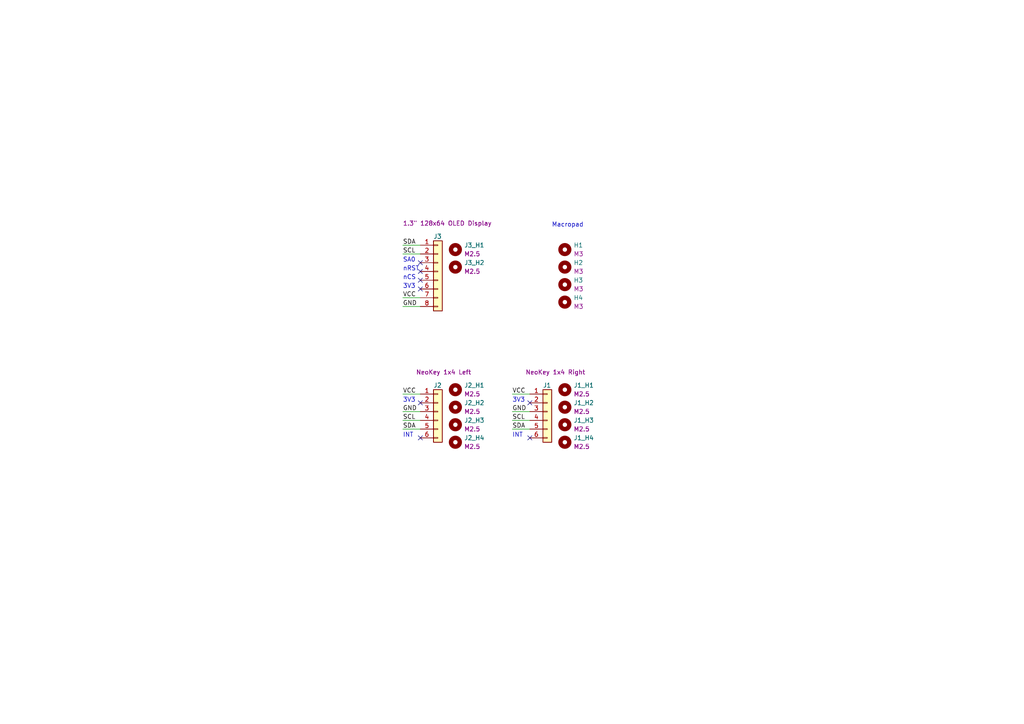
<source format=kicad_sch>
(kicad_sch (version 20230121) (generator eeschema)
  (paper "A4")
  (title_block (title "Ultimate Adafruit Macropad - Baseboard") (date "2024-01-27") (rev "1.0") (company "Brecht Van Eeckhoudt"))
  (lib_symbols
    (symbol "Connector_Generic:Conn_01x06" (pin_names (offset 1.016) hide)
      (property "Reference" "J" (at 0 7.62 0))
      (property "Value" "Conn_01x06" (at 0 -10.16 0))
      (symbol "Conn_01x06_1_1"
        (rectangle (start -1.27 -7.493) (end 0 -7.747) (stroke (width 0.1524)))
        (rectangle (start -1.27 -4.953) (end 0 -5.207) (stroke (width 0.1524)))
        (rectangle (start -1.27 -2.413) (end 0 -2.667) (stroke (width 0.1524)))
        (rectangle (start -1.27 0.127) (end 0 -0.127) (stroke (width 0.1524)))
        (rectangle (start -1.27 2.667) (end 0 2.413) (stroke (width 0.1524)))
        (rectangle (start -1.27 5.207) (end 0 4.953) (stroke (width 0.1524)))
        (rectangle (start -1.27 6.35) (end 1.27 -8.89) (stroke (width 0.254)) (fill (type background)))
        (pin passive line (at -5.08 5.08 0) (length 3.81) (name "Pin_1") (number "1"))
        (pin passive line (at -5.08 2.54 0) (length 3.81) (name "Pin_2") (number "2"))
        (pin passive line (at -5.08 0 0) (length 3.81) (name "Pin_3") (number "3"))
        (pin passive line (at -5.08 -2.54 0) (length 3.81) (name "Pin_4") (number "4"))
        (pin passive line (at -5.08 -5.08 0) (length 3.81) (name "Pin_5") (number "5"))
        (pin passive line (at -5.08 -7.62 0) (length 3.81) (name "Pin_6") (number "6"))
      )
    )
    (symbol "Connector_Generic:Conn_01x08" (pin_names (offset 1.016) hide)
      (property "Reference" "J" (at 0 10.16 0))
      (property "Value" "Conn_01x08" (at 0 -12.7 0))
      (symbol "Conn_01x08_1_1"
        (rectangle (start -1.27 -10.033) (end 0 -10.287) (stroke (width 0.1524)))
        (rectangle (start -1.27 -7.493) (end 0 -7.747) (stroke (width 0.1524)))
        (rectangle (start -1.27 -4.953) (end 0 -5.207) (stroke (width 0.1524)))
        (rectangle (start -1.27 -2.413) (end 0 -2.667) (stroke (width 0.1524)))
        (rectangle (start -1.27 0.127) (end 0 -0.127) (stroke (width 0.1524)))
        (rectangle (start -1.27 2.667) (end 0 2.413) (stroke (width 0.1524)))
        (rectangle (start -1.27 5.207) (end 0 4.953) (stroke (width 0.1524)))
        (rectangle (start -1.27 7.747) (end 0 7.493) (stroke (width 0.1524)))
        (rectangle (start -1.27 8.89) (end 1.27 -11.43) (stroke (width 0.254)) (fill (type background)))
        (pin passive line (at -5.08 7.62 0) (length 3.81) (name "Pin_1") (number "1"))
        (pin passive line (at -5.08 5.08 0) (length 3.81) (name "Pin_2") (number "2"))
        (pin passive line (at -5.08 2.54 0) (length 3.81) (name "Pin_3") (number "3"))
        (pin passive line (at -5.08 0 0) (length 3.81) (name "Pin_4") (number "4"))
        (pin passive line (at -5.08 -2.54 0) (length 3.81) (name "Pin_5") (number "5"))
        (pin passive line (at -5.08 -5.08 0) (length 3.81) (name "Pin_6") (number "6"))
        (pin passive line (at -5.08 -7.62 0) (length 3.81) (name "Pin_7") (number "7"))
        (pin passive line (at -5.08 -10.16 0) (length 3.81) (name "Pin_8") (number "8"))
      )
    )
    (symbol "Mechanical:MountingHole" (pin_names (offset 1.016))
      (property "Reference" "H" (at 0 5.08 0))
      (property "Value" "MountingHole" (at 0 3.175 0))
      (symbol "MountingHole_0_1"
        (circle (center 0 0) (radius 1.27) (stroke (width 1.27)))
      )
    )
  )
  (no_connect (at 153.67 127))
  (no_connect (at 121.92 127))
  (no_connect (at 121.92 116.84))
  (no_connect (at 121.92 76.2))
  (no_connect (at 121.92 78.74))
  (no_connect (at 153.67 116.84))
  (no_connect (at 121.92 83.82))
  (no_connect (at 121.92 81.28))
  (wire (pts (xy 148.59 124.46) (xy 153.67 124.46)))
  (wire (pts (xy 116.84 71.12) (xy 121.92 71.12)))
  (wire (pts (xy 116.84 86.36) (xy 121.92 86.36)))
  (wire (pts (xy 116.84 114.3) (xy 121.92 114.3)))
  (wire (pts (xy 116.84 124.46) (xy 121.92 124.46)))
  (wire (pts (xy 116.84 73.66) (xy 121.92 73.66)))
  (wire (pts (xy 116.84 119.38) (xy 121.92 119.38)))
  (wire (pts (xy 116.84 121.92) (xy 121.92 121.92)))
  (wire (pts (xy 148.59 114.3) (xy 153.67 114.3)))
  (wire (pts (xy 148.59 121.92) (xy 153.67 121.92)))
  (wire (pts (xy 116.84 88.9) (xy 121.92 88.9)))
  (wire (pts (xy 148.59 119.38) (xy 153.67 119.38)))
  (text "3V3" (at 148.59 116.84 0) (effects (font (size 1.27 1.27)) (justify left bottom)))
  (text "3V3" (at 116.84 83.82 0) (effects (font (size 1.27 1.27)) (justify left bottom)))
  (text "nCS" (at 116.84 81.28 0) (effects (font (size 1.27 1.27)) (justify left bottom)))
  (text "Macropad" (at 160.02 66.04 0) (effects (font (size 1.27 1.27)) (justify left bottom)))
  (text "INT" (at 116.84 127 0) (effects (font (size 1.27 1.27)) (justify left bottom)))
  (text "SA0" (at 116.84 76.2 0) (effects (font (size 1.27 1.27)) (justify left bottom)))
  (text "3V3" (at 116.84 116.84 0) (effects (font (size 1.27 1.27)) (justify left bottom)))
  (text "nRST" (at 116.84 78.74 0) (effects (font (size 1.27 1.27)) (justify left bottom)))
  (text "INT" (at 148.59 127 0) (effects (font (size 1.27 1.27)) (justify left bottom)))
  (label "VCC" (at 148.59 114.3 0))
  (label "GND" (at 116.84 88.9 0))
  (label "SCL" (at 148.59 121.92 0))
  (label "GND" (at 116.84 119.38 0))
  (label "VCC" (at 116.84 86.36 0))
  (label "SDA" (at 116.84 124.46 0))
  (label "SCL" (at 116.84 121.92 0))
  (label "SCL" (at 116.84 73.66 0))
  (label "GND" (at 148.59 119.38 0))
  (label "VCC" (at 116.84 114.3 0))
  (label "SDA" (at 148.59 124.46 0))
  (label "SDA" (at 116.84 71.12 0))
  (symbol (lib_id "Mechanical:MountingHole") (at 132.08 77.47 0) (unit 1)
    (property "Reference" "J3_H2" (at 134.62 76.2 0) (effects (justify left)))
    (property "Value" "MountingHole" (effects hide))
    (property "Footprint" "MountingHole:MountingHole_2.7mm_M2.5" (effects hide))
    (property "Size" "M2.5" (at 134.62 78.74 0) (effects (justify left)))
  )
  (symbol (lib_id "Mechanical:MountingHole") (at 132.08 72.39 0) (unit 1)
    (property "Reference" "J3_H1" (at 134.62 71.12 0) (effects (justify left)))
    (property "Value" "MountingHole" (effects hide))
    (property "Footprint" "MountingHole:MountingHole_2.7mm_M2.5" (effects hide))
    (property "Size" "M2.5" (at 134.62 73.66 0) (effects (justify left)))
  )
  (symbol (lib_id "Mechanical:MountingHole") (at 163.83 77.47 0) (unit 1)
    (property "Reference" "H2" (at 166.37 76.2 0) (effects (justify left)))
    (property "Value" "MountingHole" (effects hide))
    (property "Footprint" "MountingHole:MountingHole_3.2mm_M3" (effects hide))
    (property "Size" "M3" (at 166.37 78.74 0) (effects (justify left)))
  )
  (symbol (lib_id "Mechanical:MountingHole") (at 132.08 123.19 0) (unit 1)
    (property "Reference" "J2_H3" (at 134.62 121.92 0) (effects (justify left)))
    (property "Value" "MountingHole" (effects hide))
    (property "Footprint" "MountingHole:MountingHole_2.7mm_M2.5" (effects hide))
    (property "Size" "M2.5" (at 134.62 124.46 0) (effects (justify left)))
  )
  (symbol (lib_id "Mechanical:MountingHole") (at 132.08 118.11 0) (unit 1)
    (property "Reference" "J2_H2" (at 134.62 116.84 0) (effects (justify left)))
    (property "Value" "MountingHole" (effects hide))
    (property "Footprint" "MountingHole:MountingHole_2.7mm_M2.5" (effects hide))
    (property "Size" "M2.5" (at 134.62 119.38 0) (effects (justify left)))
  )
  (symbol (lib_id "Mechanical:MountingHole") (at 132.08 128.27 0) (unit 1)
    (property "Reference" "J2_H4" (at 134.62 127 0) (effects (justify left)))
    (property "Value" "MountingHole" (effects hide))
    (property "Footprint" "MountingHole:MountingHole_2.7mm_M2.5" (effects hide))
    (property "Size" "M2.5" (at 134.62 129.54 0) (effects (justify left)))
  )
  (symbol (lib_id "Mechanical:MountingHole") (at 163.83 82.55 0) (unit 1)
    (property "Reference" "H3" (at 166.37 81.28 0) (effects (justify left)))
    (property "Value" "MountingHole" (effects hide))
    (property "Footprint" "MountingHole:MountingHole_3.2mm_M3" (effects hide))
    (property "Size" "M3" (at 166.37 83.82 0) (effects (justify left)))
  )
  (symbol (lib_id "Connector_Generic:Conn_01x06") (at 127 119.38 0) (unit 1)
    (property "Reference" "J2" (at 125.73 111.76 0) (effects (justify left)))
    (property "Value" "Conn_01x06" (effects hide))
    (property "Footprint" "Connector_PinSocket_2.54mm:PinSocket_1x06_P2.54mm_Vertical" (effects hide))
    (property "Component" "NeoKey 1x4 Left" (at 120.65 107.95 0) (effects (justify left)))
  )
  (symbol (lib_id "Mechanical:MountingHole") (at 163.83 72.39 0) (unit 1)
    (property "Reference" "H1" (at 166.37 71.12 0) (effects (justify left)))
    (property "Value" "MountingHole" (effects hide))
    (property "Footprint" "MountingHole:MountingHole_3.2mm_M3" (effects hide))
    (property "Size" "M3" (at 166.37 73.66 0) (effects (justify left)))
  )
  (symbol (lib_id "Mechanical:MountingHole") (at 163.83 123.19 0) (unit 1)
    (property "Reference" "J1_H3" (at 166.37 121.92 0) (effects (justify left)))
    (property "Value" "MountingHole" (effects hide))
    (property "Footprint" "MountingHole:MountingHole_2.7mm_M2.5" (effects hide))
    (property "Size" "M2.5" (at 166.37 124.46 0) (effects (justify left)))
  )
  (symbol (lib_id "Connector_Generic:Conn_01x06") (at 158.75 119.38 0) (unit 1)
    (property "Reference" "J1" (at 157.48 111.76 0) (effects (justify left)))
    (property "Value" "Conn_01x06" (effects hide))
    (property "Footprint" "Connector_PinSocket_2.54mm:PinSocket_1x06_P2.54mm_Vertical" (effects hide))
    (property "Component" "NeoKey 1x4 Right" (at 152.4 107.95 0) (effects (justify left)))
  )
  (symbol (lib_id "Mechanical:MountingHole") (at 163.83 128.27 0) (unit 1)
    (property "Reference" "J1_H4" (at 166.37 127 0) (effects (justify left)))
    (property "Value" "MountingHole" (effects hide))
    (property "Footprint" "MountingHole:MountingHole_2.7mm_M2.5" (effects hide))
    (property "Size" "M2.5" (at 166.37 129.54 0) (effects (justify left)))
  )
  (symbol (lib_id "Mechanical:MountingHole") (at 163.83 118.11 0) (unit 1)
    (property "Reference" "J1_H2" (at 166.37 116.84 0) (effects (justify left)))
    (property "Value" "MountingHole" (effects hide))
    (property "Footprint" "MountingHole:MountingHole_2.7mm_M2.5" (effects hide))
    (property "Size" "M2.5" (at 166.37 119.38 0) (effects (justify left)))
  )
  (symbol (lib_id "Mechanical:MountingHole") (at 163.83 113.03 0) (unit 1)
    (property "Reference" "J1_H1" (at 166.37 111.76 0) (effects (justify left)))
    (property "Value" "MountingHole" (effects hide))
    (property "Footprint" "MountingHole:MountingHole_2.7mm_M2.5" (effects hide))
    (property "Size" "M2.5" (at 166.37 114.3 0) (effects (justify left)))
  )
  (symbol (lib_id "Connector_Generic:Conn_01x08") (at 127 78.74 0) (unit 1)
    (property "Reference" "J3" (at 125.73 68.58 0) (effects (justify left)))
    (property "Value" "Conn_01x08" (effects hide))
    (property "Footprint" "Connector_PinSocket_2.54mm:PinSocket_1x08_P2.54mm_Vertical" (effects hide))
    (property "Component" "1.3\" 128x64 OLED Display" (at 116.84 64.77 0) (effects (justify left)))
  )
  (symbol (lib_id "Mechanical:MountingHole") (at 132.08 113.03 0) (unit 1)
    (property "Reference" "J2_H1" (at 134.62 111.76 0) (effects (justify left)))
    (property "Value" "MountingHole" (effects hide))
    (property "Footprint" "MountingHole:MountingHole_2.7mm_M2.5" (effects hide))
    (property "Size" "M2.5" (at 134.62 114.3 0) (effects (justify left)))
  )
  (symbol (lib_id "Mechanical:MountingHole") (at 163.83 87.63 0) (unit 1)
    (property "Reference" "H4" (at 166.37 86.36 0) (effects (justify left)))
    (property "Value" "MountingHole" (effects hide))
    (property "Footprint" "MountingHole:MountingHole_3.2mm_M3" (effects hide))
    (property "Size" "M3" (at 166.37 88.9 0) (effects (justify left)))
  )
)
</source>
